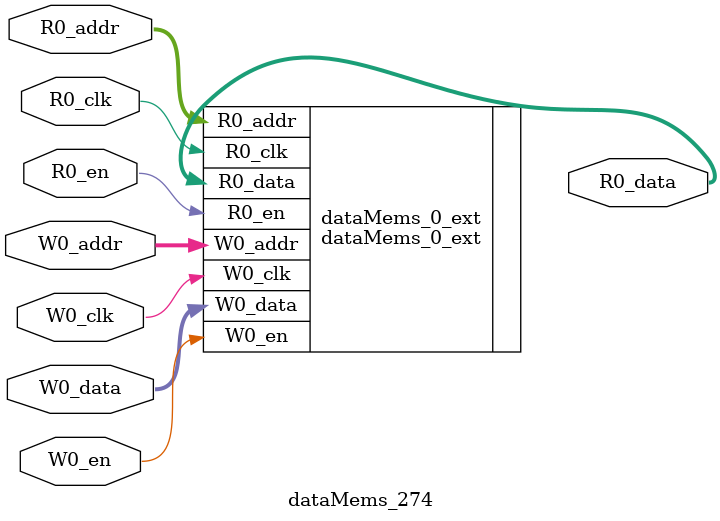
<source format=sv>
`ifndef RANDOMIZE
  `ifdef RANDOMIZE_REG_INIT
    `define RANDOMIZE
  `endif // RANDOMIZE_REG_INIT
`endif // not def RANDOMIZE
`ifndef RANDOMIZE
  `ifdef RANDOMIZE_MEM_INIT
    `define RANDOMIZE
  `endif // RANDOMIZE_MEM_INIT
`endif // not def RANDOMIZE

`ifndef RANDOM
  `define RANDOM $random
`endif // not def RANDOM

// Users can define 'PRINTF_COND' to add an extra gate to prints.
`ifndef PRINTF_COND_
  `ifdef PRINTF_COND
    `define PRINTF_COND_ (`PRINTF_COND)
  `else  // PRINTF_COND
    `define PRINTF_COND_ 1
  `endif // PRINTF_COND
`endif // not def PRINTF_COND_

// Users can define 'ASSERT_VERBOSE_COND' to add an extra gate to assert error printing.
`ifndef ASSERT_VERBOSE_COND_
  `ifdef ASSERT_VERBOSE_COND
    `define ASSERT_VERBOSE_COND_ (`ASSERT_VERBOSE_COND)
  `else  // ASSERT_VERBOSE_COND
    `define ASSERT_VERBOSE_COND_ 1
  `endif // ASSERT_VERBOSE_COND
`endif // not def ASSERT_VERBOSE_COND_

// Users can define 'STOP_COND' to add an extra gate to stop conditions.
`ifndef STOP_COND_
  `ifdef STOP_COND
    `define STOP_COND_ (`STOP_COND)
  `else  // STOP_COND
    `define STOP_COND_ 1
  `endif // STOP_COND
`endif // not def STOP_COND_

// Users can define INIT_RANDOM as general code that gets injected into the
// initializer block for modules with registers.
`ifndef INIT_RANDOM
  `define INIT_RANDOM
`endif // not def INIT_RANDOM

// If using random initialization, you can also define RANDOMIZE_DELAY to
// customize the delay used, otherwise 0.002 is used.
`ifndef RANDOMIZE_DELAY
  `define RANDOMIZE_DELAY 0.002
`endif // not def RANDOMIZE_DELAY

// Define INIT_RANDOM_PROLOG_ for use in our modules below.
`ifndef INIT_RANDOM_PROLOG_
  `ifdef RANDOMIZE
    `ifdef VERILATOR
      `define INIT_RANDOM_PROLOG_ `INIT_RANDOM
    `else  // VERILATOR
      `define INIT_RANDOM_PROLOG_ `INIT_RANDOM #`RANDOMIZE_DELAY begin end
    `endif // VERILATOR
  `else  // RANDOMIZE
    `define INIT_RANDOM_PROLOG_
  `endif // RANDOMIZE
`endif // not def INIT_RANDOM_PROLOG_

// Include register initializers in init blocks unless synthesis is set
`ifndef SYNTHESIS
  `ifndef ENABLE_INITIAL_REG_
    `define ENABLE_INITIAL_REG_
  `endif // not def ENABLE_INITIAL_REG_
`endif // not def SYNTHESIS

// Include rmemory initializers in init blocks unless synthesis is set
`ifndef SYNTHESIS
  `ifndef ENABLE_INITIAL_MEM_
    `define ENABLE_INITIAL_MEM_
  `endif // not def ENABLE_INITIAL_MEM_
`endif // not def SYNTHESIS

module dataMems_274(	// @[generators/ara/src/main/scala/UnsafeAXI4ToTL.scala:365:62]
  input  [4:0]  R0_addr,
  input         R0_en,
  input         R0_clk,
  output [66:0] R0_data,
  input  [4:0]  W0_addr,
  input         W0_en,
  input         W0_clk,
  input  [66:0] W0_data
);

  dataMems_0_ext dataMems_0_ext (	// @[generators/ara/src/main/scala/UnsafeAXI4ToTL.scala:365:62]
    .R0_addr (R0_addr),
    .R0_en   (R0_en),
    .R0_clk  (R0_clk),
    .R0_data (R0_data),
    .W0_addr (W0_addr),
    .W0_en   (W0_en),
    .W0_clk  (W0_clk),
    .W0_data (W0_data)
  );
endmodule


</source>
